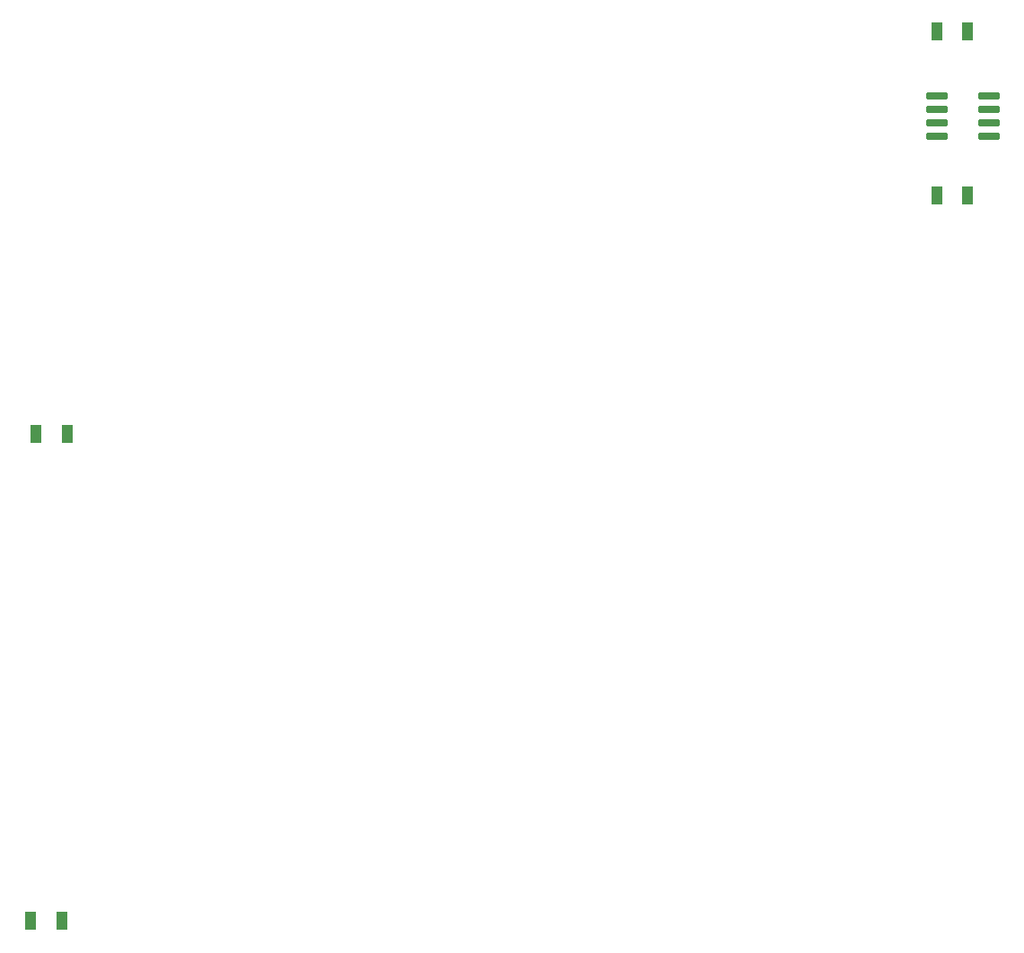
<source format=gtp>
G04*
G04 #@! TF.GenerationSoftware,Altium Limited,Altium Designer,22.8.2 (66)*
G04*
G04 Layer_Color=8421504*
%FSLAX42Y42*%
%MOMM*%
G71*
G04*
G04 #@! TF.SameCoordinates,2FBAE4DF-68DC-433E-BD2C-A1B06293C93E*
G04*
G04*
G04 #@! TF.FilePolarity,Positive*
G04*
G01*
G75*
%ADD16R,1.13X1.77*%
G04:AMPARAMS|DCode=17|XSize=1.97mm|YSize=0.6mm|CornerRadius=0.08mm|HoleSize=0mm|Usage=FLASHONLY|Rotation=0.000|XOffset=0mm|YOffset=0mm|HoleType=Round|Shape=RoundedRectangle|*
%AMROUNDEDRECTD17*
21,1,1.97,0.45,0,0,0.0*
21,1,1.82,0.60,0,0,0.0*
1,1,0.15,0.91,-0.23*
1,1,0.15,-0.91,-0.23*
1,1,0.15,-0.91,0.23*
1,1,0.15,0.91,0.23*
%
%ADD17ROUNDEDRECTD17*%
D16*
X850Y9700D02*
D03*
X556D02*
D03*
X503Y5100D02*
D03*
X797D02*
D03*
X9347Y11950D02*
D03*
X9053D02*
D03*
Y13500D02*
D03*
X9347D02*
D03*
D17*
X9547Y12890D02*
D03*
Y12764D02*
D03*
Y12636D02*
D03*
Y12510D02*
D03*
X9053D02*
D03*
Y12636D02*
D03*
Y12764D02*
D03*
Y12890D02*
D03*
M02*

</source>
